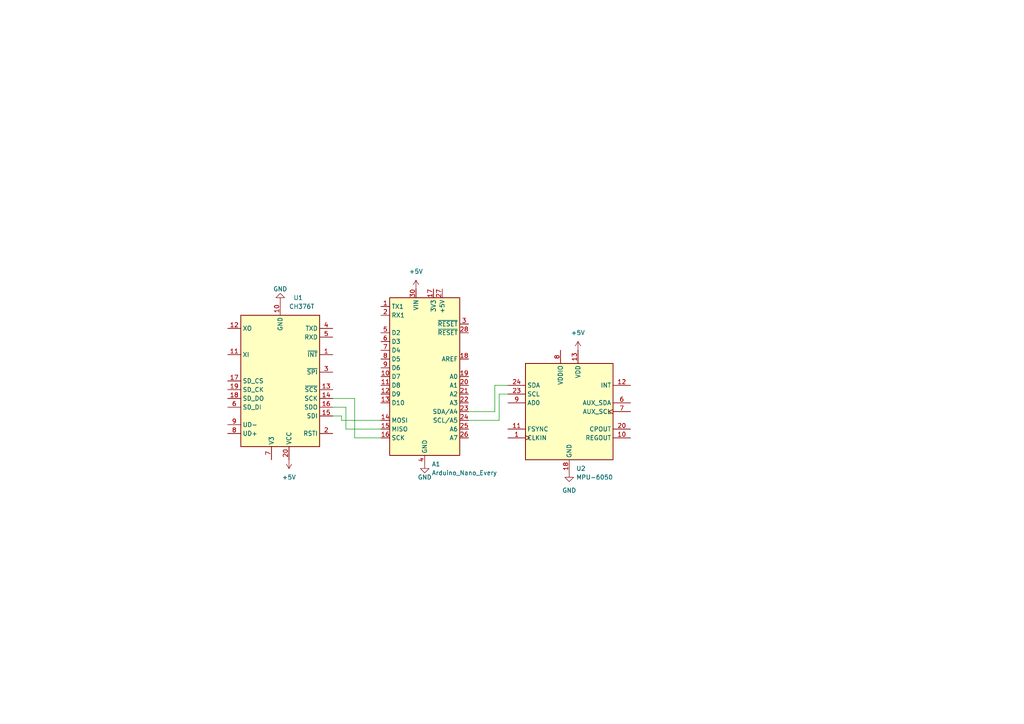
<source format=kicad_sch>
(kicad_sch (version 20211123) (generator eeschema)
  (paper "A4")
  (lib_symbols
    (symbol "Interface:CH376T"
      (property "Reference" "U" (at -11.43 20.32 0))
      (property "Value" "CH376T" (at 6.35 20.32 0))
      (symbol "CH376T_0_1"
        (rectangle (start -11.43 19.05) (end 11.43 -19.05) (stroke (width 0.254)) (fill (type background)))
      )
      (symbol "CH376T_1_1"
        (pin output line (at -15.24 -7.62 0) (length 3.81) (name "~{INT}") (number "1"))
        (pin power_in line (at 0 -22.86 90) (length 3.81) (name "GND") (number "10"))
        (pin input line (at 15.24 -7.62 180) (length 3.81) (name "XI") (number "11"))
        (pin output line (at 15.24 -15.24 180) (length 3.81) (name "XO") (number "12"))
        (pin input line (at -15.24 2.54 0) (length 3.81) (name "~{SCS}") (number "13"))
        (pin input line (at -15.24 5.08 0) (length 3.81) (name "SCK") (number "14"))
        (pin input line (at -15.24 10.16 0) (length 3.81) (name "SDI") (number "15"))
        (pin tri_state line (at -15.24 7.62 0) (length 3.81) (name "SDO") (number "16"))
        (pin open_collector line (at 15.24 0 180) (length 3.81) (name "SD_CS") (number "17"))
        (pin output line (at 15.24 5.08 180) (length 3.81) (name "SD_DO") (number "18"))
        (pin output line (at 15.24 2.54 180) (length 3.81) (name "SD_CK") (number "19"))
        (pin input line (at -15.24 15.24 0) (length 3.81) (name "RSTI") (number "2"))
        (pin power_in line (at -2.54 22.86 270) (length 3.81) (name "VCC") (number "20"))
        (pin input line (at -15.24 -2.54 0) (length 3.81) (name "~{SPI}") (number "3"))
        (pin bidirectional line (at -15.24 -15.24 0) (length 3.81) (name "TXD") (number "4"))
        (pin input line (at -15.24 -12.7 0) (length 3.81) (name "RXD") (number "5"))
        (pin input line (at 15.24 7.62 180) (length 3.81) (name "SD_DI") (number "6"))
        (pin passive line (at 2.54 22.86 270) (length 3.81) (name "V3") (number "7"))
        (pin bidirectional line (at 15.24 15.24 180) (length 3.81) (name "UD+") (number "8"))
        (pin bidirectional line (at 15.24 12.7 180) (length 3.81) (name "UD-") (number "9"))
      )
    )
    (symbol "MCU_Module:Arduino_Nano_Every"
      (property "Reference" "A" (at -10.16 23.495 0))
      (property "Value" "Arduino_Nano_Every" (at 5.08 -24.13 0))
      (symbol "Arduino_Nano_Every_0_1"
        (rectangle (start -10.16 22.86) (end 10.16 -22.86) (stroke (width 0.254)) (fill (type background)))
      )
      (symbol "Arduino_Nano_Every_1_1"
        (pin bidirectional line (at -12.7 20.32 0) (length 2.54) (name "TX1") (number "1"))
        (pin bidirectional line (at -12.7 0 0) (length 2.54) (name "D7") (number "10"))
        (pin bidirectional line (at -12.7 -2.54 0) (length 2.54) (name "D8") (number "11"))
        (pin bidirectional line (at -12.7 -5.08 0) (length 2.54) (name "D9") (number "12"))
        (pin bidirectional line (at -12.7 -7.62 0) (length 2.54) (name "D10") (number "13"))
        (pin bidirectional line (at -12.7 -12.7 0) (length 2.54) (name "MOSI") (number "14"))
        (pin bidirectional line (at -12.7 -15.24 0) (length 2.54) (name "MISO") (number "15"))
        (pin bidirectional line (at -12.7 -17.78 0) (length 2.54) (name "SCK") (number "16"))
        (pin power_out line (at 2.54 25.4 270) (length 2.54) (name "3V3") (number "17"))
        (pin input line (at 12.7 5.08 180) (length 2.54) (name "AREF") (number "18"))
        (pin bidirectional line (at 12.7 0 180) (length 2.54) (name "A0") (number "19"))
        (pin bidirectional line (at -12.7 17.78 0) (length 2.54) (name "RX1") (number "2"))
        (pin bidirectional line (at 12.7 -2.54 180) (length 2.54) (name "A1") (number "20"))
        (pin bidirectional line (at 12.7 -5.08 180) (length 2.54) (name "A2") (number "21"))
        (pin bidirectional line (at 12.7 -7.62 180) (length 2.54) (name "A3") (number "22"))
        (pin bidirectional line (at 12.7 -10.16 180) (length 2.54) (name "SDA/A4") (number "23"))
        (pin bidirectional line (at 12.7 -12.7 180) (length 2.54) (name "SCL/A5") (number "24"))
        (pin bidirectional line (at 12.7 -15.24 180) (length 2.54) (name "A6") (number "25"))
        (pin bidirectional line (at 12.7 -17.78 180) (length 2.54) (name "A7") (number "26"))
        (pin power_out line (at 5.08 25.4 270) (length 2.54) (name "+5V") (number "27"))
        (pin input line (at 12.7 12.7 180) (length 2.54) (name "~{RESET}") (number "28"))
        (pin passive line (at 0 -25.4 90) (length 2.54) hide (name "GND") (number "29"))
        (pin input line (at 12.7 15.24 180) (length 2.54) (name "~{RESET}") (number "3"))
        (pin power_in line (at -2.54 25.4 270) (length 2.54) (name "VIN") (number "30"))
        (pin power_in line (at 0 -25.4 90) (length 2.54) (name "GND") (number "4"))
        (pin bidirectional line (at -12.7 12.7 0) (length 2.54) (name "D2") (number "5"))
        (pin bidirectional line (at -12.7 10.16 0) (length 2.54) (name "D3") (number "6"))
        (pin bidirectional line (at -12.7 7.62 0) (length 2.54) (name "D4") (number "7"))
        (pin bidirectional line (at -12.7 5.08 0) (length 2.54) (name "D5") (number "8"))
        (pin bidirectional line (at -12.7 2.54 0) (length 2.54) (name "D6") (number "9"))
      )
    )
    (symbol "Sensor_Motion:MPU-6050"
      (property "Reference" "U" (at -11.43 13.97 0))
      (property "Value" "MPU-6050" (at 7.62 -15.24 0))
      (symbol "MPU-6050_0_0"
        (text "" (at 12.7 -2.54 0) (effects (font (size 1.27 1.27))))
      )
      (symbol "MPU-6050_0_1"
        (rectangle (start -12.7 13.97) (end 12.7 -13.97) (stroke (width 0.254)) (fill (type background)))
      )
      (symbol "MPU-6050_1_1"
        (pin input clock (at -17.78 -7.62 0) (length 5.08) (name "CLKIN") (number "1"))
        (pin passive line (at 17.78 -7.62 180) (length 5.08) (name "REGOUT") (number "10"))
        (pin input line (at -17.78 -5.08 0) (length 5.08) (name "FSYNC") (number "11"))
        (pin output line (at 17.78 7.62 180) (length 5.08) (name "INT") (number "12"))
        (pin power_in line (at 2.54 17.78 270) (length 3.81) (name "VDD") (number "13"))
        (pin no_connect line (at -12.7 -10.16 0) (length 2.54) hide (name "NC") (number "14"))
        (pin no_connect line (at 12.7 12.7 180) (length 2.54) hide (name "NC") (number "15"))
        (pin no_connect line (at 12.7 10.16 180) (length 2.54) hide (name "NC") (number "16"))
        (pin no_connect line (at 12.7 5.08 180) (length 2.54) hide (name "NC") (number "17"))
        (pin power_in line (at 0 -17.78 90) (length 3.81) (name "GND") (number "18"))
        (pin no_connect line (at 12.7 -10.16 180) (length 2.54) hide (name "NC") (number "19"))
        (pin no_connect line (at -12.7 12.7 0) (length 2.54) hide (name "NC") (number "2"))
        (pin passive line (at 17.78 -5.08 180) (length 5.08) (name "CPOUT") (number "20"))
        (pin no_connect line (at 12.7 -2.54 180) (length 2.54) hide (name "NC") (number "21"))
        (pin no_connect line (at 12.7 -12.7 180) (length 2.54) hide (name "NC") (number "22"))
        (pin input line (at -17.78 5.08 0) (length 5.08) (name "SCL") (number "23"))
        (pin bidirectional line (at -17.78 7.62 0) (length 5.08) (name "SDA") (number "24"))
        (pin no_connect line (at -12.7 10.16 0) (length 2.54) hide (name "NC") (number "3"))
        (pin no_connect line (at -12.7 0 0) (length 2.54) hide (name "NC") (number "4"))
        (pin no_connect line (at -12.7 -2.54 0) (length 2.54) hide (name "NC") (number "5"))
        (pin bidirectional line (at 17.78 2.54 180) (length 5.08) (name "AUX_SDA") (number "6"))
        (pin output clock (at 17.78 0 180) (length 5.08) (name "AUX_SCL") (number "7"))
        (pin power_in line (at -2.54 17.78 270) (length 3.81) (name "VDDIO") (number "8"))
        (pin input line (at -17.78 2.54 0) (length 5.08) (name "AD0") (number "9"))
      )
    )
    (symbol "power:+5V" (power) (pin_names (offset 0))
      (property "Value" "+5V" (at 0 3.556 0))
      (symbol "+5V_0_1"
        (polyline (pts (xy -0.762 1.27) (xy 0 2.54)))
        (polyline (pts (xy 0 0) (xy 0 2.54)))
        (polyline (pts (xy 0 2.54) (xy 0.762 1.27)))
      )
      (symbol "+5V_1_1"
        (pin power_in line (at 0 0 90) (length 0) hide (name "+5V") (number "1"))
      )
    )
    (symbol "power:GND" (power) (pin_names (offset 0))
      (property "Value" "GND" (at 0 -3.81 0))
      (symbol "GND_0_1"
        (polyline (pts (xy 0 0) (xy 0 -1.27) (xy 1.27 -1.27) (xy 0 -2.54) (xy -1.27 -1.27) (xy 0 -1.27)))
      )
      (symbol "GND_1_1"
        (pin power_in line (at 0 0 270) (length 0) hide (name "GND") (number "1"))
      )
    )
  )
  (wire (pts (xy 96.52 115.57) (xy 102.87 115.57)))
  (wire (pts (xy 102.87 127) (xy 110.49 127)))
  (wire (pts (xy 96.52 118.11) (xy 100.33 118.11)))
  (wire (pts (xy 99.06 121.92) (xy 110.49 121.92)))
  (wire (pts (xy 144.78 114.3) (xy 144.78 121.92)))
  (wire (pts (xy 143.51 119.38) (xy 135.89 119.38)))
  (wire (pts (xy 100.33 118.11) (xy 100.33 124.46)))
  (wire (pts (xy 96.52 120.65) (xy 99.06 120.65)))
  (wire (pts (xy 143.51 111.76) (xy 143.51 119.38)))
  (wire (pts (xy 135.89 121.92) (xy 144.78 121.92)))
  (wire (pts (xy 102.87 115.57) (xy 102.87 127)))
  (wire (pts (xy 99.06 120.65) (xy 99.06 121.92)))
  (wire (pts (xy 100.33 124.46) (xy 110.49 124.46)))
  (wire (pts (xy 147.32 111.76) (xy 143.51 111.76)))
  (wire (pts (xy 147.32 114.3) (xy 144.78 114.3)))
  (symbol (lib_id "power:+5V") (at 83.82 133.35 180) (unit 1)
    (property "Reference" "#PWR0103" (effects hide))
    (property "Value" "+5V" (at 83.82 138.43 0))
  )
  (symbol (lib_id "power:GND") (at 123.19 134.62 0) (unit 1)
    (property "Reference" "#PWR0101" (effects hide))
    (property "Value" "GND" (at 123.19 138.43 0))
  )
  (symbol (lib_id "power:GND") (at 165.1 137.16 0) (unit 1)
    (property "Reference" "#PWR0105" (effects hide))
    (property "Value" "GND" (at 165.1 142.24 0))
  )
  (symbol (lib_id "power:+5V") (at 167.64 101.6 0) (unit 1)
    (property "Reference" "#PWR0104" (effects hide))
    (property "Value" "+5V" (at 167.64 96.52 0))
  )
  (symbol (lib_id "MCU_Module:Arduino_Nano_Every") (at 123.19 109.22 0) (unit 1)
    (property "Reference" "A1" (at 125.2094 134.62 0) (effects (justify left)))
    (property "Value" "Arduino_Nano_Every" (at 125.2094 137.16 0) (effects (justify left)))
    (property "Footprint" "Module:Arduino_Nano" (effects hide))
    (property "Datasheet" "https://content.arduino.cc/assets/NANOEveryV3.0_sch.pdf" (effects hide))
  )
  (symbol (lib_id "Sensor_Motion:MPU-6050") (at 165.1 119.38 0) (unit 1)
    (property "Reference" "U2" (at 167.1194 135.89 0) (effects (justify left)))
    (property "Value" "MPU-6050" (at 167.1194 138.43 0) (effects (justify left)))
    (property "Footprint" "Sensor_Motion:InvenSense_QFN-24_4x4mm_P0.5mm" (effects hide))
    (property "Datasheet" "https://store.invensense.com/datasheets/invensense/MPU-6050_DataSheet_V3%204.pdf" (effects hide))
  )
  (symbol (lib_id "power:+5V") (at 120.65 83.82 0) (unit 1)
    (property "Reference" "#PWR0102" (effects hide))
    (property "Value" "+5V" (at 120.65 78.74 0))
  )
  (symbol (lib_id "Interface:CH376T") (at 81.28 110.49 180) (unit 1)
    (property "Reference" "U1" (at 85.09 86.36 0) (effects (justify right)))
    (property "Value" "CH376T" (at 83.82 88.9 0) (effects (justify right)))
    (property "Footprint" "Package_SO:SSOP-20_5.3x7.2mm_P0.65mm" (effects hide))
    (property "Datasheet" "https://www.mpja.com/download/ch376ds1.pdf" (effects hide))
  )
  (symbol (lib_id "power:GND") (at 81.28 87.63 180) (unit 1)
    (property "Reference" "#PWR0106" (effects hide))
    (property "Value" "GND" (at 81.28 83.82 0))
  )
)
</source>
